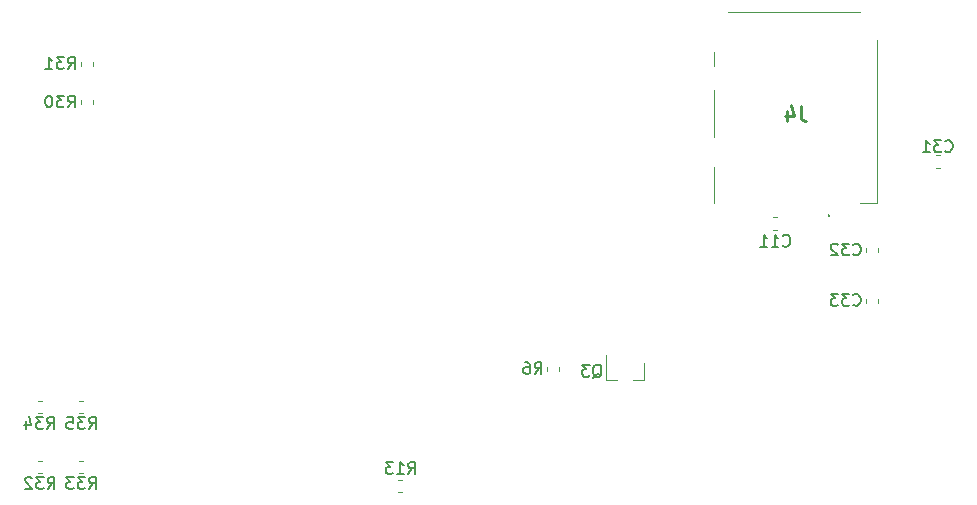
<source format=gbr>
%TF.GenerationSoftware,KiCad,Pcbnew,(5.1.6)-1*%
%TF.CreationDate,2022-03-23T15:28:11-04:00*%
%TF.ProjectId,MPPT_picoShield,4d505054-5f70-4696-936f-536869656c64,rev?*%
%TF.SameCoordinates,Original*%
%TF.FileFunction,Legend,Bot*%
%TF.FilePolarity,Positive*%
%FSLAX46Y46*%
G04 Gerber Fmt 4.6, Leading zero omitted, Abs format (unit mm)*
G04 Created by KiCad (PCBNEW (5.1.6)-1) date 2022-03-23 15:28:11*
%MOMM*%
%LPD*%
G01*
G04 APERTURE LIST*
%ADD10C,0.120000*%
%ADD11C,0.100000*%
%ADD12C,0.200000*%
%ADD13C,0.150000*%
%ADD14C,0.254000*%
G04 APERTURE END LIST*
D10*
%TO.C,C33*%
X81240000Y-25624721D02*
X81240000Y-25950279D01*
X82260000Y-25624721D02*
X82260000Y-25950279D01*
%TO.C,C32*%
X82260000Y-21625279D02*
X82260000Y-21299721D01*
X81240000Y-21625279D02*
X81240000Y-21299721D01*
%TO.C,C31*%
X87124721Y-14510000D02*
X87450279Y-14510000D01*
X87124721Y-13490000D02*
X87450279Y-13490000D01*
%TO.C,R35*%
X14624721Y-35260000D02*
X14950279Y-35260000D01*
X14624721Y-34240000D02*
X14950279Y-34240000D01*
%TO.C,R34*%
X11087221Y-35260000D02*
X11412779Y-35260000D01*
X11087221Y-34240000D02*
X11412779Y-34240000D01*
%TO.C,R33*%
X14624721Y-40340000D02*
X14950279Y-40340000D01*
X14624721Y-39320000D02*
X14950279Y-39320000D01*
%TO.C,R32*%
X11124721Y-40340000D02*
X11450279Y-40340000D01*
X11124721Y-39320000D02*
X11450279Y-39320000D01*
%TO.C,R31*%
X15760000Y-5875279D02*
X15760000Y-5549721D01*
X14740000Y-5875279D02*
X14740000Y-5549721D01*
%TO.C,R30*%
X15760000Y-9125279D02*
X15760000Y-8799721D01*
X14740000Y-9125279D02*
X14740000Y-8799721D01*
%TO.C,R13*%
X41624721Y-42002501D02*
X41950279Y-42002501D01*
X41624721Y-40982501D02*
X41950279Y-40982501D01*
%TO.C,R6*%
X54240000Y-31374721D02*
X54240000Y-31700279D01*
X55260000Y-31374721D02*
X55260000Y-31700279D01*
%TO.C,Q3*%
X62380000Y-32510000D02*
X61450000Y-32510000D01*
X59220000Y-32510000D02*
X60150000Y-32510000D01*
X59220000Y-32510000D02*
X59220000Y-30350000D01*
X62380000Y-32510000D02*
X62380000Y-31050000D01*
D11*
%TO.C,J4*%
X68325000Y-5937000D02*
X68325000Y-4687000D01*
X68325000Y-11938000D02*
X68325000Y-7937000D01*
X68325000Y-17512000D02*
X68325000Y-14438000D01*
X80750000Y-1363000D02*
X69500000Y-1363000D01*
X82175000Y-17512000D02*
X82175000Y-3687000D01*
X80750000Y-17512000D02*
X82175000Y-17512000D01*
D12*
X78050000Y-18637000D02*
X78050000Y-18637000D01*
X78050000Y-18537000D02*
X78050000Y-18537000D01*
X78050000Y-18637000D02*
X78050000Y-18637000D01*
X78050000Y-18537000D02*
G75*
G03*
X78050000Y-18637000I0J-50000D01*
G01*
X78050000Y-18637000D02*
G75*
G03*
X78050000Y-18537000I0J50000D01*
G01*
X78050000Y-18537000D02*
G75*
G03*
X78050000Y-18637000I0J-50000D01*
G01*
D10*
%TO.C,C11*%
X73700279Y-18740000D02*
X73374721Y-18740000D01*
X73700279Y-19760000D02*
X73374721Y-19760000D01*
%TO.C,C33*%
D13*
X80142857Y-26107142D02*
X80190476Y-26154761D01*
X80333333Y-26202380D01*
X80428571Y-26202380D01*
X80571428Y-26154761D01*
X80666666Y-26059523D01*
X80714285Y-25964285D01*
X80761904Y-25773809D01*
X80761904Y-25630952D01*
X80714285Y-25440476D01*
X80666666Y-25345238D01*
X80571428Y-25250000D01*
X80428571Y-25202380D01*
X80333333Y-25202380D01*
X80190476Y-25250000D01*
X80142857Y-25297619D01*
X79809523Y-25202380D02*
X79190476Y-25202380D01*
X79523809Y-25583333D01*
X79380952Y-25583333D01*
X79285714Y-25630952D01*
X79238095Y-25678571D01*
X79190476Y-25773809D01*
X79190476Y-26011904D01*
X79238095Y-26107142D01*
X79285714Y-26154761D01*
X79380952Y-26202380D01*
X79666666Y-26202380D01*
X79761904Y-26154761D01*
X79809523Y-26107142D01*
X78857142Y-25202380D02*
X78238095Y-25202380D01*
X78571428Y-25583333D01*
X78428571Y-25583333D01*
X78333333Y-25630952D01*
X78285714Y-25678571D01*
X78238095Y-25773809D01*
X78238095Y-26011904D01*
X78285714Y-26107142D01*
X78333333Y-26154761D01*
X78428571Y-26202380D01*
X78714285Y-26202380D01*
X78809523Y-26154761D01*
X78857142Y-26107142D01*
%TO.C,C32*%
X80142857Y-21857142D02*
X80190476Y-21904761D01*
X80333333Y-21952380D01*
X80428571Y-21952380D01*
X80571428Y-21904761D01*
X80666666Y-21809523D01*
X80714285Y-21714285D01*
X80761904Y-21523809D01*
X80761904Y-21380952D01*
X80714285Y-21190476D01*
X80666666Y-21095238D01*
X80571428Y-21000000D01*
X80428571Y-20952380D01*
X80333333Y-20952380D01*
X80190476Y-21000000D01*
X80142857Y-21047619D01*
X79809523Y-20952380D02*
X79190476Y-20952380D01*
X79523809Y-21333333D01*
X79380952Y-21333333D01*
X79285714Y-21380952D01*
X79238095Y-21428571D01*
X79190476Y-21523809D01*
X79190476Y-21761904D01*
X79238095Y-21857142D01*
X79285714Y-21904761D01*
X79380952Y-21952380D01*
X79666666Y-21952380D01*
X79761904Y-21904761D01*
X79809523Y-21857142D01*
X78809523Y-21047619D02*
X78761904Y-21000000D01*
X78666666Y-20952380D01*
X78428571Y-20952380D01*
X78333333Y-21000000D01*
X78285714Y-21047619D01*
X78238095Y-21142857D01*
X78238095Y-21238095D01*
X78285714Y-21380952D01*
X78857142Y-21952380D01*
X78238095Y-21952380D01*
%TO.C,C31*%
X87930357Y-13107142D02*
X87977976Y-13154761D01*
X88120833Y-13202380D01*
X88216071Y-13202380D01*
X88358928Y-13154761D01*
X88454166Y-13059523D01*
X88501785Y-12964285D01*
X88549404Y-12773809D01*
X88549404Y-12630952D01*
X88501785Y-12440476D01*
X88454166Y-12345238D01*
X88358928Y-12250000D01*
X88216071Y-12202380D01*
X88120833Y-12202380D01*
X87977976Y-12250000D01*
X87930357Y-12297619D01*
X87597023Y-12202380D02*
X86977976Y-12202380D01*
X87311309Y-12583333D01*
X87168452Y-12583333D01*
X87073214Y-12630952D01*
X87025595Y-12678571D01*
X86977976Y-12773809D01*
X86977976Y-13011904D01*
X87025595Y-13107142D01*
X87073214Y-13154761D01*
X87168452Y-13202380D01*
X87454166Y-13202380D01*
X87549404Y-13154761D01*
X87597023Y-13107142D01*
X86025595Y-13202380D02*
X86597023Y-13202380D01*
X86311309Y-13202380D02*
X86311309Y-12202380D01*
X86406547Y-12345238D01*
X86501785Y-12440476D01*
X86597023Y-12488095D01*
%TO.C,R35*%
X15430357Y-36632380D02*
X15763690Y-36156190D01*
X16001785Y-36632380D02*
X16001785Y-35632380D01*
X15620833Y-35632380D01*
X15525595Y-35680000D01*
X15477976Y-35727619D01*
X15430357Y-35822857D01*
X15430357Y-35965714D01*
X15477976Y-36060952D01*
X15525595Y-36108571D01*
X15620833Y-36156190D01*
X16001785Y-36156190D01*
X15097023Y-35632380D02*
X14477976Y-35632380D01*
X14811309Y-36013333D01*
X14668452Y-36013333D01*
X14573214Y-36060952D01*
X14525595Y-36108571D01*
X14477976Y-36203809D01*
X14477976Y-36441904D01*
X14525595Y-36537142D01*
X14573214Y-36584761D01*
X14668452Y-36632380D01*
X14954166Y-36632380D01*
X15049404Y-36584761D01*
X15097023Y-36537142D01*
X13573214Y-35632380D02*
X14049404Y-35632380D01*
X14097023Y-36108571D01*
X14049404Y-36060952D01*
X13954166Y-36013333D01*
X13716071Y-36013333D01*
X13620833Y-36060952D01*
X13573214Y-36108571D01*
X13525595Y-36203809D01*
X13525595Y-36441904D01*
X13573214Y-36537142D01*
X13620833Y-36584761D01*
X13716071Y-36632380D01*
X13954166Y-36632380D01*
X14049404Y-36584761D01*
X14097023Y-36537142D01*
%TO.C,R34*%
X11892857Y-36632380D02*
X12226190Y-36156190D01*
X12464285Y-36632380D02*
X12464285Y-35632380D01*
X12083333Y-35632380D01*
X11988095Y-35680000D01*
X11940476Y-35727619D01*
X11892857Y-35822857D01*
X11892857Y-35965714D01*
X11940476Y-36060952D01*
X11988095Y-36108571D01*
X12083333Y-36156190D01*
X12464285Y-36156190D01*
X11559523Y-35632380D02*
X10940476Y-35632380D01*
X11273809Y-36013333D01*
X11130952Y-36013333D01*
X11035714Y-36060952D01*
X10988095Y-36108571D01*
X10940476Y-36203809D01*
X10940476Y-36441904D01*
X10988095Y-36537142D01*
X11035714Y-36584761D01*
X11130952Y-36632380D01*
X11416666Y-36632380D01*
X11511904Y-36584761D01*
X11559523Y-36537142D01*
X10083333Y-35965714D02*
X10083333Y-36632380D01*
X10321428Y-35584761D02*
X10559523Y-36299047D01*
X9940476Y-36299047D01*
%TO.C,R33*%
X15430357Y-41712380D02*
X15763690Y-41236190D01*
X16001785Y-41712380D02*
X16001785Y-40712380D01*
X15620833Y-40712380D01*
X15525595Y-40760000D01*
X15477976Y-40807619D01*
X15430357Y-40902857D01*
X15430357Y-41045714D01*
X15477976Y-41140952D01*
X15525595Y-41188571D01*
X15620833Y-41236190D01*
X16001785Y-41236190D01*
X15097023Y-40712380D02*
X14477976Y-40712380D01*
X14811309Y-41093333D01*
X14668452Y-41093333D01*
X14573214Y-41140952D01*
X14525595Y-41188571D01*
X14477976Y-41283809D01*
X14477976Y-41521904D01*
X14525595Y-41617142D01*
X14573214Y-41664761D01*
X14668452Y-41712380D01*
X14954166Y-41712380D01*
X15049404Y-41664761D01*
X15097023Y-41617142D01*
X14144642Y-40712380D02*
X13525595Y-40712380D01*
X13858928Y-41093333D01*
X13716071Y-41093333D01*
X13620833Y-41140952D01*
X13573214Y-41188571D01*
X13525595Y-41283809D01*
X13525595Y-41521904D01*
X13573214Y-41617142D01*
X13620833Y-41664761D01*
X13716071Y-41712380D01*
X14001785Y-41712380D01*
X14097023Y-41664761D01*
X14144642Y-41617142D01*
%TO.C,R32*%
X11930357Y-41712380D02*
X12263690Y-41236190D01*
X12501785Y-41712380D02*
X12501785Y-40712380D01*
X12120833Y-40712380D01*
X12025595Y-40760000D01*
X11977976Y-40807619D01*
X11930357Y-40902857D01*
X11930357Y-41045714D01*
X11977976Y-41140952D01*
X12025595Y-41188571D01*
X12120833Y-41236190D01*
X12501785Y-41236190D01*
X11597023Y-40712380D02*
X10977976Y-40712380D01*
X11311309Y-41093333D01*
X11168452Y-41093333D01*
X11073214Y-41140952D01*
X11025595Y-41188571D01*
X10977976Y-41283809D01*
X10977976Y-41521904D01*
X11025595Y-41617142D01*
X11073214Y-41664761D01*
X11168452Y-41712380D01*
X11454166Y-41712380D01*
X11549404Y-41664761D01*
X11597023Y-41617142D01*
X10597023Y-40807619D02*
X10549404Y-40760000D01*
X10454166Y-40712380D01*
X10216071Y-40712380D01*
X10120833Y-40760000D01*
X10073214Y-40807619D01*
X10025595Y-40902857D01*
X10025595Y-40998095D01*
X10073214Y-41140952D01*
X10644642Y-41712380D01*
X10025595Y-41712380D01*
%TO.C,R31*%
X13642857Y-6164880D02*
X13976190Y-5688690D01*
X14214285Y-6164880D02*
X14214285Y-5164880D01*
X13833333Y-5164880D01*
X13738095Y-5212500D01*
X13690476Y-5260119D01*
X13642857Y-5355357D01*
X13642857Y-5498214D01*
X13690476Y-5593452D01*
X13738095Y-5641071D01*
X13833333Y-5688690D01*
X14214285Y-5688690D01*
X13309523Y-5164880D02*
X12690476Y-5164880D01*
X13023809Y-5545833D01*
X12880952Y-5545833D01*
X12785714Y-5593452D01*
X12738095Y-5641071D01*
X12690476Y-5736309D01*
X12690476Y-5974404D01*
X12738095Y-6069642D01*
X12785714Y-6117261D01*
X12880952Y-6164880D01*
X13166666Y-6164880D01*
X13261904Y-6117261D01*
X13309523Y-6069642D01*
X11738095Y-6164880D02*
X12309523Y-6164880D01*
X12023809Y-6164880D02*
X12023809Y-5164880D01*
X12119047Y-5307738D01*
X12214285Y-5402976D01*
X12309523Y-5450595D01*
%TO.C,R30*%
X13642857Y-9414880D02*
X13976190Y-8938690D01*
X14214285Y-9414880D02*
X14214285Y-8414880D01*
X13833333Y-8414880D01*
X13738095Y-8462500D01*
X13690476Y-8510119D01*
X13642857Y-8605357D01*
X13642857Y-8748214D01*
X13690476Y-8843452D01*
X13738095Y-8891071D01*
X13833333Y-8938690D01*
X14214285Y-8938690D01*
X13309523Y-8414880D02*
X12690476Y-8414880D01*
X13023809Y-8795833D01*
X12880952Y-8795833D01*
X12785714Y-8843452D01*
X12738095Y-8891071D01*
X12690476Y-8986309D01*
X12690476Y-9224404D01*
X12738095Y-9319642D01*
X12785714Y-9367261D01*
X12880952Y-9414880D01*
X13166666Y-9414880D01*
X13261904Y-9367261D01*
X13309523Y-9319642D01*
X12071428Y-8414880D02*
X11976190Y-8414880D01*
X11880952Y-8462500D01*
X11833333Y-8510119D01*
X11785714Y-8605357D01*
X11738095Y-8795833D01*
X11738095Y-9033928D01*
X11785714Y-9224404D01*
X11833333Y-9319642D01*
X11880952Y-9367261D01*
X11976190Y-9414880D01*
X12071428Y-9414880D01*
X12166666Y-9367261D01*
X12214285Y-9319642D01*
X12261904Y-9224404D01*
X12309523Y-9033928D01*
X12309523Y-8795833D01*
X12261904Y-8605357D01*
X12214285Y-8510119D01*
X12166666Y-8462500D01*
X12071428Y-8414880D01*
%TO.C,R13*%
X42467857Y-40444881D02*
X42801190Y-39968691D01*
X43039285Y-40444881D02*
X43039285Y-39444881D01*
X42658333Y-39444881D01*
X42563095Y-39492501D01*
X42515476Y-39540120D01*
X42467857Y-39635358D01*
X42467857Y-39778215D01*
X42515476Y-39873453D01*
X42563095Y-39921072D01*
X42658333Y-39968691D01*
X43039285Y-39968691D01*
X41515476Y-40444881D02*
X42086904Y-40444881D01*
X41801190Y-40444881D02*
X41801190Y-39444881D01*
X41896428Y-39587739D01*
X41991666Y-39682977D01*
X42086904Y-39730596D01*
X41182142Y-39444881D02*
X40563095Y-39444881D01*
X40896428Y-39825834D01*
X40753571Y-39825834D01*
X40658333Y-39873453D01*
X40610714Y-39921072D01*
X40563095Y-40016310D01*
X40563095Y-40254405D01*
X40610714Y-40349643D01*
X40658333Y-40397262D01*
X40753571Y-40444881D01*
X41039285Y-40444881D01*
X41134523Y-40397262D01*
X41182142Y-40349643D01*
%TO.C,R6*%
X53166666Y-31989880D02*
X53500000Y-31513690D01*
X53738095Y-31989880D02*
X53738095Y-30989880D01*
X53357142Y-30989880D01*
X53261904Y-31037500D01*
X53214285Y-31085119D01*
X53166666Y-31180357D01*
X53166666Y-31323214D01*
X53214285Y-31418452D01*
X53261904Y-31466071D01*
X53357142Y-31513690D01*
X53738095Y-31513690D01*
X52309523Y-30989880D02*
X52500000Y-30989880D01*
X52595238Y-31037500D01*
X52642857Y-31085119D01*
X52738095Y-31227976D01*
X52785714Y-31418452D01*
X52785714Y-31799404D01*
X52738095Y-31894642D01*
X52690476Y-31942261D01*
X52595238Y-31989880D01*
X52404761Y-31989880D01*
X52309523Y-31942261D01*
X52261904Y-31894642D01*
X52214285Y-31799404D01*
X52214285Y-31561309D01*
X52261904Y-31466071D01*
X52309523Y-31418452D01*
X52404761Y-31370833D01*
X52595238Y-31370833D01*
X52690476Y-31418452D01*
X52738095Y-31466071D01*
X52785714Y-31561309D01*
%TO.C,Q3*%
X58095238Y-32297619D02*
X58190476Y-32250000D01*
X58285714Y-32154761D01*
X58428571Y-32011904D01*
X58523809Y-31964285D01*
X58619047Y-31964285D01*
X58571428Y-32202380D02*
X58666666Y-32154761D01*
X58761904Y-32059523D01*
X58809523Y-31869047D01*
X58809523Y-31535714D01*
X58761904Y-31345238D01*
X58666666Y-31250000D01*
X58571428Y-31202380D01*
X58380952Y-31202380D01*
X58285714Y-31250000D01*
X58190476Y-31345238D01*
X58142857Y-31535714D01*
X58142857Y-31869047D01*
X58190476Y-32059523D01*
X58285714Y-32154761D01*
X58380952Y-32202380D01*
X58571428Y-32202380D01*
X57809523Y-31202380D02*
X57190476Y-31202380D01*
X57523809Y-31583333D01*
X57380952Y-31583333D01*
X57285714Y-31630952D01*
X57238095Y-31678571D01*
X57190476Y-31773809D01*
X57190476Y-32011904D01*
X57238095Y-32107142D01*
X57285714Y-32154761D01*
X57380952Y-32202380D01*
X57666666Y-32202380D01*
X57761904Y-32154761D01*
X57809523Y-32107142D01*
%TO.C,J4*%
D14*
X75673333Y-9304523D02*
X75673333Y-10211666D01*
X75733809Y-10393095D01*
X75854761Y-10514047D01*
X76036190Y-10574523D01*
X76157142Y-10574523D01*
X74524285Y-9727857D02*
X74524285Y-10574523D01*
X74826666Y-9244047D02*
X75129047Y-10151190D01*
X74342857Y-10151190D01*
%TO.C,C11*%
D13*
X74180357Y-21107142D02*
X74227976Y-21154761D01*
X74370833Y-21202380D01*
X74466071Y-21202380D01*
X74608928Y-21154761D01*
X74704166Y-21059523D01*
X74751785Y-20964285D01*
X74799404Y-20773809D01*
X74799404Y-20630952D01*
X74751785Y-20440476D01*
X74704166Y-20345238D01*
X74608928Y-20250000D01*
X74466071Y-20202380D01*
X74370833Y-20202380D01*
X74227976Y-20250000D01*
X74180357Y-20297619D01*
X73227976Y-21202380D02*
X73799404Y-21202380D01*
X73513690Y-21202380D02*
X73513690Y-20202380D01*
X73608928Y-20345238D01*
X73704166Y-20440476D01*
X73799404Y-20488095D01*
X72275595Y-21202380D02*
X72847023Y-21202380D01*
X72561309Y-21202380D02*
X72561309Y-20202380D01*
X72656547Y-20345238D01*
X72751785Y-20440476D01*
X72847023Y-20488095D01*
%TD*%
M02*

</source>
